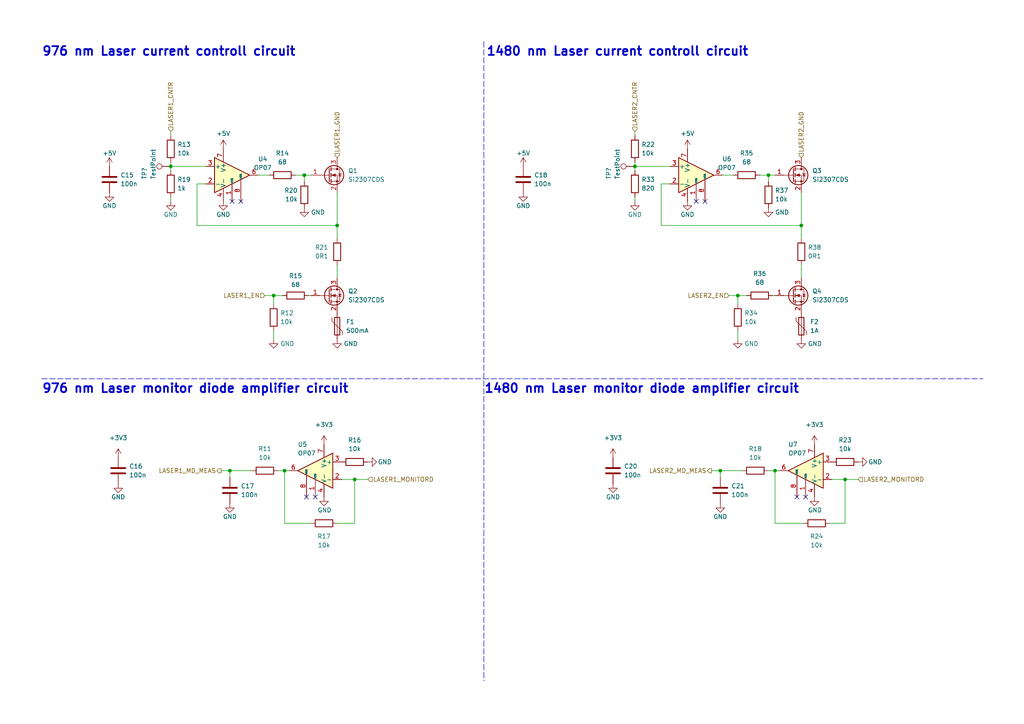
<source format=kicad_sch>
(kicad_sch (version 20211123) (generator eeschema)
  (paper "A4")
  (title_block (title "Laser controller board (Laser driver)") (date "2022-05-05") (rev "R0.1") (company "Designed by Márk Mihalik"))
  (lib_symbols
    (symbol "Amplifier_Operational:OP07" (pin_names (offset 0.127))
      (property "Reference" "U" (at 1.27 6.35 0))
      (property "Value" "OP07" (at 1.27 3.81 0))
      (symbol "OP07_0_1"
        (polyline (pts (xy -5.08 5.08) (xy 5.08 0) (xy -5.08 -5.08) (xy -5.08 5.08)) (stroke (width 0.254)) (fill (type background)))
      )
      (symbol "OP07_1_1"
        (pin input line (at 0 -7.62 90) (length 5.08) (name "VOS") (number "1"))
        (pin input line (at -7.62 -2.54 0) (length 2.54) (name "-") (number "2"))
        (pin input line (at -7.62 2.54 0) (length 2.54) (name "+") (number "3"))
        (pin power_in line (at -2.54 -7.62 90) (length 3.81) (name "V-") (number "4"))
        (pin no_connect line (at 0 2.54 270) (length 2.54) hide (name "NC") (number "5"))
        (pin output line (at 7.62 0 180) (length 2.54) (name "~") (number "6"))
        (pin power_in line (at -2.54 7.62 270) (length 3.81) (name "V+") (number "7"))
        (pin input line (at 2.54 -7.62 90) (length 6.35) (name "VOS") (number "8"))
      )
    )
    (symbol "Connector:TestPoint" (pin_numbers hide) (pin_names (offset 0.762) hide)
      (property "Reference" "TP" (at 0 6.858 0))
      (property "Value" "TestPoint" (at 0 5.08 0))
      (symbol "TestPoint_0_1"
        (circle (center 0 3.302) (radius 0.762))
      )
      (symbol "TestPoint_1_1"
        (pin passive line (at 0 0 90) (length 2.54) (name "1") (number "1"))
      )
    )
    (symbol "Device:C" (pin_numbers hide) (pin_names (offset 0.254))
      (property "Reference" "C" (at 0.635 2.54 0))
      (property "Value" "C" (at 0.635 -2.54 0))
      (symbol "C_0_1"
        (polyline (pts (xy -2.032 -0.762) (xy 2.032 -0.762)) (stroke (width 0.508)))
        (polyline (pts (xy -2.032 0.762) (xy 2.032 0.762)) (stroke (width 0.508)))
      )
      (symbol "C_1_1"
        (pin passive line (at 0 3.81 270) (length 2.794) (name "~") (number "1"))
        (pin passive line (at 0 -3.81 90) (length 2.794) (name "~") (number "2"))
      )
    )
    (symbol "Device:Polyfuse" (pin_numbers hide) (pin_names (offset 0))
      (property "Reference" "F" (at -2.54 0 90))
      (property "Value" "Polyfuse" (at 2.54 0 90))
      (symbol "Polyfuse_0_1"
        (rectangle (start -0.762 2.54) (end 0.762 -2.54) (stroke (width 0.254)))
        (polyline (pts (xy 0 2.54) (xy 0 -2.54)))
        (polyline (pts (xy -1.524 2.54) (xy -1.524 1.524) (xy 1.524 -1.524) (xy 1.524 -2.54)))
      )
      (symbol "Polyfuse_1_1"
        (pin passive line (at 0 3.81 270) (length 1.27) (name "~") (number "1"))
        (pin passive line (at 0 -3.81 90) (length 1.27) (name "~") (number "2"))
      )
    )
    (symbol "Device:Q_NMOS_GSD" (pin_names (offset 0) hide)
      (property "Reference" "Q" (at 5.08 1.27 0))
      (property "Value" "Q_NMOS_GSD" (at 5.08 -1.27 0))
      (symbol "Q_NMOS_GSD_0_1"
        (polyline (pts (xy 0.254 0) (xy -2.54 0)))
        (polyline (pts (xy 0.254 1.905) (xy 0.254 -1.905)) (stroke (width 0.254)))
        (polyline (pts (xy 0.762 -1.27) (xy 0.762 -2.286)) (stroke (width 0.254)))
        (polyline (pts (xy 0.762 0.508) (xy 0.762 -0.508)) (stroke (width 0.254)))
        (polyline (pts (xy 0.762 2.286) (xy 0.762 1.27)) (stroke (width 0.254)))
        (polyline (pts (xy 2.54 2.54) (xy 2.54 1.778)))
        (polyline (pts (xy 2.54 -2.54) (xy 2.54 0) (xy 0.762 0)))
        (polyline (pts (xy 0.762 -1.778) (xy 3.302 -1.778) (xy 3.302 1.778) (xy 0.762 1.778)))
        (polyline (pts (xy 1.016 0) (xy 2.032 0.381) (xy 2.032 -0.381) (xy 1.016 0)) (fill (type outline)))
        (polyline (pts (xy 2.794 0.508) (xy 2.921 0.381) (xy 3.683 0.381) (xy 3.81 0.254)))
        (polyline (pts (xy 3.302 0.381) (xy 2.921 -0.254) (xy 3.683 -0.254) (xy 3.302 0.381)))
        (circle (center 1.651 0) (radius 2.794) (stroke (width 0.254)))
        (circle (center 2.54 -1.778) (radius 0.254) (fill (type outline)))
        (circle (center 2.54 1.778) (radius 0.254) (fill (type outline)))
      )
      (symbol "Q_NMOS_GSD_1_1"
        (pin input line (at -5.08 0 0) (length 2.54) (name "G") (number "1"))
        (pin passive line (at 2.54 -5.08 90) (length 2.54) (name "S") (number "2"))
        (pin passive line (at 2.54 5.08 270) (length 2.54) (name "D") (number "3"))
      )
    )
    (symbol "Device:R" (pin_numbers hide) (pin_names (offset 0))
      (property "Reference" "R" (at 2.032 0 90))
      (property "Value" "R" (at 0 0 90))
      (symbol "R_0_1"
        (rectangle (start -1.016 -2.54) (end 1.016 2.54) (stroke (width 0.254)))
      )
      (symbol "R_1_1"
        (pin passive line (at 0 3.81 270) (length 1.27) (name "~") (number "1"))
        (pin passive line (at 0 -3.81 90) (length 1.27) (name "~") (number "2"))
      )
    )
    (symbol "power:+3V3" (power) (pin_names (offset 0))
      (property "Value" "+3V3" (at 0 3.556 0))
      (symbol "+3V3_0_1"
        (polyline (pts (xy -0.762 1.27) (xy 0 2.54)))
        (polyline (pts (xy 0 0) (xy 0 2.54)))
        (polyline (pts (xy 0 2.54) (xy 0.762 1.27)))
      )
      (symbol "+3V3_1_1"
        (pin power_in line (at 0 0 90) (length 0) hide (name "+3V3") (number "1"))
      )
    )
    (symbol "power:+5V" (power) (pin_names (offset 0))
      (property "Value" "+5V" (at 0 3.556 0))
      (symbol "+5V_0_1"
        (polyline (pts (xy -0.762 1.27) (xy 0 2.54)))
        (polyline (pts (xy 0 0) (xy 0 2.54)))
        (polyline (pts (xy 0 2.54) (xy 0.762 1.27)))
      )
      (symbol "+5V_1_1"
        (pin power_in line (at 0 0 90) (length 0) hide (name "+5V") (number "1"))
      )
    )
    (symbol "power:GND" (power) (pin_names (offset 0))
      (property "Value" "GND" (at 0 -3.81 0))
      (symbol "GND_0_1"
        (polyline (pts (xy 0 0) (xy 0 -1.27) (xy 1.27 -1.27) (xy 0 -2.54) (xy -1.27 -1.27) (xy 0 -1.27)))
      )
      (symbol "GND_1_1"
        (pin power_in line (at 0 0 270) (length 0) hide (name "GND") (number "1"))
      )
    )
  )
  (junction (at 213.995 85.725))
  (junction (at 82.55 136.525))
  (junction (at 245.11 139.065))
  (junction (at 49.53 48.26))
  (junction (at 232.41 65.405))
  (junction (at 222.885 50.8))
  (junction (at 88.265 50.8))
  (junction (at 79.375 85.725))
  (junction (at 184.15 48.26))
  (junction (at 97.79 65.405))
  (junction (at 208.915 136.525))
  (junction (at 102.87 139.065))
  (junction (at 66.675 136.525))
  (junction (at 224.79 136.525))
  (no_connect (at 233.68 144.145))
  (no_connect (at 231.14 144.145))
  (no_connect (at 69.85 58.42))
  (no_connect (at 67.31 58.42))
  (no_connect (at 204.47 58.42))
  (no_connect (at 88.9 144.145))
  (no_connect (at 91.44 144.145))
  (no_connect (at 201.93 58.42))
  (wire (pts (xy 232.41 76.835) (xy 232.41 80.645)))
  (polyline (pts (xy 12.065 109.855) (xy 285.115 109.855)))
  (wire (pts (xy 224.79 136.525) (xy 224.79 151.765)))
  (wire (pts (xy 99.06 139.065) (xy 102.87 139.065)))
  (wire (pts (xy 64.135 136.525) (xy 66.675 136.525)))
  (wire (pts (xy 66.675 136.525) (xy 73.025 136.525)))
  (wire (pts (xy 97.79 55.88) (xy 97.79 65.405)))
  (wire (pts (xy 191.77 53.34) (xy 191.77 65.405)))
  (wire (pts (xy 74.93 50.8) (xy 78.105 50.8)))
  (wire (pts (xy 49.53 49.53) (xy 49.53 48.26)))
  (wire (pts (xy 213.995 98.425) (xy 213.995 95.885)))
  (wire (pts (xy 191.77 65.405) (xy 232.41 65.405)))
  (wire (pts (xy 213.995 88.265) (xy 213.995 85.725)))
  (wire (pts (xy 184.15 38.1) (xy 184.15 39.37)))
  (polyline (pts (xy 140.335 12.065) (xy 140.335 197.485)))
  (wire (pts (xy 245.11 139.065) (xy 248.92 139.065)))
  (wire (pts (xy 49.53 38.1) (xy 49.53 39.37)))
  (wire (pts (xy 208.915 136.525) (xy 215.265 136.525)))
  (wire (pts (xy 79.375 85.725) (xy 81.915 85.725)))
  (wire (pts (xy 102.87 139.065) (xy 106.68 139.065)))
  (wire (pts (xy 97.79 65.405) (xy 97.79 69.215)))
  (wire (pts (xy 97.79 76.835) (xy 97.79 80.645)))
  (wire (pts (xy 76.835 85.725) (xy 79.375 85.725)))
  (wire (pts (xy 184.15 46.99) (xy 184.15 48.26)))
  (wire (pts (xy 194.31 53.34) (xy 191.77 53.34)))
  (wire (pts (xy 213.995 85.725) (xy 216.535 85.725)))
  (wire (pts (xy 88.265 50.8) (xy 90.17 50.8)))
  (wire (pts (xy 232.41 65.405) (xy 232.41 69.215)))
  (wire (pts (xy 245.11 139.065) (xy 245.11 151.765)))
  (wire (pts (xy 206.375 136.525) (xy 208.915 136.525)))
  (wire (pts (xy 97.79 151.765) (xy 102.87 151.765)))
  (wire (pts (xy 49.53 58.42) (xy 49.53 57.15)))
  (wire (pts (xy 222.885 50.8) (xy 224.79 50.8)))
  (wire (pts (xy 208.915 136.525) (xy 208.915 138.43)))
  (wire (pts (xy 82.55 136.525) (xy 82.55 151.765)))
  (wire (pts (xy 66.675 136.525) (xy 66.675 138.43)))
  (wire (pts (xy 209.55 50.8) (xy 212.725 50.8)))
  (wire (pts (xy 184.15 58.42) (xy 184.15 57.15)))
  (wire (pts (xy 85.725 50.8) (xy 88.265 50.8)))
  (wire (pts (xy 88.265 52.705) (xy 88.265 50.8)))
  (wire (pts (xy 184.15 49.53) (xy 184.15 48.26)))
  (wire (pts (xy 89.535 85.725) (xy 90.17 85.725)))
  (wire (pts (xy 59.69 53.34) (xy 57.15 53.34)))
  (wire (pts (xy 79.375 88.265) (xy 79.375 85.725)))
  (wire (pts (xy 222.885 136.525) (xy 224.79 136.525)))
  (wire (pts (xy 184.15 48.26) (xy 194.31 48.26)))
  (wire (pts (xy 49.53 46.99) (xy 49.53 48.26)))
  (wire (pts (xy 82.55 151.765) (xy 90.17 151.765)))
  (wire (pts (xy 57.15 53.34) (xy 57.15 65.405)))
  (wire (pts (xy 224.79 151.765) (xy 233.045 151.765)))
  (wire (pts (xy 211.455 85.725) (xy 213.995 85.725)))
  (wire (pts (xy 232.41 55.88) (xy 232.41 65.405)))
  (wire (pts (xy 82.55 136.525) (xy 83.82 136.525)))
  (wire (pts (xy 240.665 151.765) (xy 245.11 151.765)))
  (wire (pts (xy 241.3 139.065) (xy 245.11 139.065)))
  (wire (pts (xy 57.15 65.405) (xy 97.79 65.405)))
  (wire (pts (xy 220.345 50.8) (xy 222.885 50.8)))
  (wire (pts (xy 102.87 151.765) (xy 102.87 139.065)))
  (wire (pts (xy 222.885 52.705) (xy 222.885 50.8)))
  (wire (pts (xy 49.53 48.26) (xy 59.69 48.26)))
  (wire (pts (xy 224.155 85.725) (xy 224.79 85.725)))
  (wire (pts (xy 79.375 98.425) (xy 79.375 95.885)))
  (wire (pts (xy 224.79 136.525) (xy 226.06 136.525)))
  (wire (pts (xy 80.645 136.525) (xy 82.55 136.525)))
  (text "976 nm Laser monitor diode amplifier circuit" (at 12.065 114.3 0) (effects (font (size 2.54 2.54) (thickness 0.508) bold) (justify left bottom)))
  (text "1480 nm Laser current controll circuit\n" (at 140.97 16.51 0) (effects (font (size 2.54 2.54) bold) (justify left bottom)))
  (text "976 nm Laser current controll circuit\n" (at 12.065 16.51 0) (effects (font (size 2.54 2.54) bold) (justify left bottom)))
  (text "1480 nm Laser monitor diode amplifier circuit" (at 140.335 114.3 0) (effects (font (size 2.54 2.54) (thickness 0.508) bold) (justify left bottom)))
  (hierarchical_label "LASER2_MD_MEAS" (shape output) (at 206.375 136.525 180))
  (hierarchical_label "LASER1_MD_MEAS" (shape output) (at 64.135 136.525 180))
  (hierarchical_label "LASER1_GND" (shape input) (at 97.79 45.72 90))
  (hierarchical_label "LASER2_GND" (shape input) (at 232.41 45.72 90))
  (hierarchical_label "LASER2_EN" (shape input) (at 211.455 85.725 180))
  (hierarchical_label "LASER2_MONITORD" (shape input) (at 248.92 139.065 0))
  (hierarchical_label "LASER1_CNTR" (shape input) (at 49.53 38.1 90))
  (hierarchical_label "LASER1_EN" (shape input) (at 76.835 85.725 180))
  (hierarchical_label "LASER1_MONITORD" (shape input) (at 106.68 139.065 0))
  (hierarchical_label "LASER2_CNTR" (shape input) (at 184.15 38.1 90))
  (symbol (lib_id "power:+3V3") (at 93.98 128.905 0) (unit 1)
    (property "Reference" "#PWR052" (effects hide))
    (property "Value" "+3V3" (at 93.98 123.19 0))
  )
  (symbol (lib_id "Device:R") (at 184.15 53.34 180) (unit 1)
    (property "Reference" "R33" (at 186.055 52.0699 0) (effects (justify right)))
    (property "Value" "820" (at 186.055 54.6099 0) (effects (justify right)))
    (property "Footprint" "Resistor_SMD:R_0805_2012Metric_Pad1.20x1.40mm_HandSolder" (effects hide))
    (property "Lomex" "80-10-85" (effects hide))
  )
  (symbol (lib_id "Amplifier_Operational:OP07") (at 201.93 50.8 0) (unit 1)
    (property "Reference" "U6" (at 210.82 46.101 0))
    (property "Value" "OP07" (at 210.82 48.641 0))
    (property "Footprint" "Package_SO:SOIC-8_3.9x4.9mm_P1.27mm" (effects hide))
    (property "Datasheet" "https://www.analog.com/media/en/technical-documentation/data-sheets/OP07.pdf" (effects hide))
    (property "Mouser" "595-OP07CDR" (effects hide))
  )
  (symbol (lib_id "Device:C") (at 66.675 142.24 0) (unit 1)
    (property "Reference" "C17" (at 69.85 140.9699 0) (effects (justify left)))
    (property "Value" "100n" (at 69.85 143.5099 0) (effects (justify left)))
    (property "Footprint" "Capacitor_SMD:C_0805_2012Metric_Pad1.18x1.45mm_HandSolder" (effects hide))
    (property "Lomex" "82-13-46" (effects hide))
  )
  (symbol (lib_id "Device:R") (at 232.41 73.025 180) (unit 1)
    (property "Reference" "R38" (at 234.315 71.7549 0) (effects (justify right)))
    (property "Value" "0R1" (at 234.315 74.2949 0) (effects (justify right)))
    (property "Footprint" "Resistor_SMD:R_0805_2012Metric_Pad1.20x1.40mm_HandSolder" (effects hide))
    (property "Lomex" "80-16-17" (effects hide))
  )
  (symbol (lib_id "power:GND") (at 184.15 58.42 0) (unit 1)
    (property "Reference" "#PWR0109" (effects hide))
    (property "Value" "GND" (at 184.15 62.23 0))
  )
  (symbol (lib_id "Connector:TestPoint") (at 49.53 48.26 90) (unit 1)
    (property "Reference" "TP?" (at 41.91 52.07 0) (effects (justify left)))
    (property "Value" "TestPoint" (at 44.45 52.07 0) (effects (justify left)))
    (property "Footprint" "TestPoint:TestPoint_Pad_D2.5mm" (effects hide))
  )
  (symbol (lib_id "Device:Q_NMOS_GSD") (at 229.87 50.8 0) (unit 1)
    (property "Reference" "Q3" (at 235.585 49.5299 0) (effects (justify left)))
    (property "Value" "Si2307CDS" (at 235.585 52.0699 0) (effects (justify left)))
    (property "Footprint" "Package_TO_SOT_SMD:SOT-23_Handsoldering" (effects hide))
    (property "Lomex" "86-03-40" (effects hide))
  )
  (symbol (lib_id "Amplifier_Operational:OP07") (at 233.68 136.525 0) (mirror y) (unit 1)
    (property "Reference" "U7" (at 228.6 128.905 0) (effects (justify right)))
    (property "Value" "OP07" (at 228.6 131.445 0) (effects (justify right)))
    (property "Footprint" "Package_SO:SOIC-8_3.9x4.9mm_P1.27mm" (effects hide))
    (property "Datasheet" "https://www.analog.com/media/en/technical-documentation/data-sheets/OP07.pdf" (effects hide))
    (property "Mouser" "595-OP07CDR" (effects hide))
  )
  (symbol (lib_id "Connector:TestPoint") (at 184.15 48.26 90) (unit 1)
    (property "Reference" "TP?" (at 176.53 52.07 0) (effects (justify left)))
    (property "Value" "TestPoint" (at 179.07 52.07 0) (effects (justify left)))
    (property "Footprint" "TestPoint:TestPoint_Pad_D2.5mm" (effects hide))
  )
  (symbol (lib_id "Device:R") (at 245.11 133.985 90) (unit 1)
    (property "Reference" "R23" (at 245.11 127.635 90))
    (property "Value" "10k" (at 245.11 130.175 90))
    (property "Footprint" "Resistor_SMD:R_0805_2012Metric_Pad1.20x1.40mm_HandSolder" (effects hide))
    (property "Lomex" "80-54-49" (effects hide))
  )
  (symbol (lib_id "Amplifier_Operational:OP07") (at 67.31 50.8 0) (unit 1)
    (property "Reference" "U4" (at 76.2 46.101 0))
    (property "Value" "OP07" (at 76.2 48.641 0))
    (property "Footprint" "Package_SO:SOIC-8_3.9x4.9mm_P1.27mm" (effects hide))
    (property "Datasheet" "https://www.analog.com/media/en/technical-documentation/data-sheets/OP07.pdf" (effects hide))
    (property "Mouser" "595-OP07CDR" (effects hide))
  )
  (symbol (lib_id "power:GND") (at 236.22 144.145 0) (unit 1)
    (property "Reference" "#PWR065" (effects hide))
    (property "Value" "GND" (at 234.315 147.955 0) (effects (justify left)))
  )
  (symbol (lib_id "power:GND") (at 34.29 140.335 0) (unit 1)
    (property "Reference" "#PWR047" (effects hide))
    (property "Value" "GND" (at 34.29 144.145 0))
  )
  (symbol (lib_id "power:GND") (at 222.885 60.325 0) (unit 1)
    (property "Reference" "#PWR0101" (effects hide))
    (property "Value" "GND" (at 224.79 61.5949 0) (effects (justify left)))
  )
  (symbol (lib_id "power:GND") (at 66.675 146.05 0) (unit 1)
    (property "Reference" "#PWR050" (effects hide))
    (property "Value" "GND" (at 66.675 149.86 0))
  )
  (symbol (lib_id "Device:R") (at 102.87 133.985 90) (unit 1)
    (property "Reference" "R16" (at 102.87 127.635 90))
    (property "Value" "10k" (at 102.87 130.175 90))
    (property "Footprint" "Resistor_SMD:R_0805_2012Metric_Pad1.20x1.40mm_HandSolder" (effects hide))
    (property "Lomex" "80-54-49" (effects hide))
  )
  (symbol (lib_id "Device:C") (at 208.915 142.24 0) (unit 1)
    (property "Reference" "C21" (at 212.09 140.9699 0) (effects (justify left)))
    (property "Value" "100n" (at 212.09 143.5099 0) (effects (justify left)))
    (property "Footprint" "Capacitor_SMD:C_0805_2012Metric_Pad1.18x1.45mm_HandSolder" (effects hide))
    (property "Lomex" "82-13-46" (effects hide))
  )
  (symbol (lib_id "Device:C") (at 151.765 52.07 0) (unit 1)
    (property "Reference" "C18" (at 154.94 50.7999 0) (effects (justify left)))
    (property "Value" "100n" (at 154.94 53.3399 0) (effects (justify left)))
    (property "Footprint" "Capacitor_SMD:C_0805_2012Metric_Pad1.18x1.45mm_HandSolder" (effects hide))
    (property "Lomex" "82-13-46" (effects hide))
  )
  (symbol (lib_id "power:GND") (at 93.98 144.145 0) (unit 1)
    (property "Reference" "#PWR053" (effects hide))
    (property "Value" "GND" (at 92.075 147.955 0) (effects (justify left)))
  )
  (symbol (lib_id "Device:C") (at 31.75 52.07 0) (unit 1)
    (property "Reference" "C15" (at 34.925 50.7999 0) (effects (justify left)))
    (property "Value" "100n" (at 34.925 53.3399 0) (effects (justify left)))
    (property "Footprint" "Capacitor_SMD:C_0805_2012Metric_Pad1.18x1.45mm_HandSolder" (effects hide))
    (property "Lomex" "82-13-46" (effects hide))
  )
  (symbol (lib_id "Device:Q_NMOS_GSD") (at 95.25 85.725 0) (unit 1)
    (property "Reference" "Q2" (at 100.965 84.4549 0) (effects (justify left)))
    (property "Value" "Si2307CDS" (at 100.965 86.9949 0) (effects (justify left)))
    (property "Footprint" "Package_TO_SOT_SMD:SOT-23_Handsoldering" (effects hide))
    (property "Lomex" "86-03-40" (effects hide))
  )
  (symbol (lib_id "Device:Q_NMOS_GSD") (at 95.25 50.8 0) (unit 1)
    (property "Reference" "Q1" (at 100.965 49.5299 0) (effects (justify left)))
    (property "Value" "Si2307CDS" (at 100.965 52.0699 0) (effects (justify left)))
    (property "Footprint" "Package_TO_SOT_SMD:SOT-23_Handsoldering" (effects hide))
    (property "Lomex" "86-03-40" (effects hide))
  )
  (symbol (lib_id "Device:Polyfuse") (at 232.41 94.615 0) (unit 1)
    (property "Reference" "F2" (at 234.95 93.3449 0) (effects (justify left)))
    (property "Value" "1A" (at 234.95 95.8849 0) (effects (justify left)))
    (property "Footprint" "Fuse:Fuse_1206_3216Metric_Pad1.42x1.75mm_HandSolder" (effects hide))
    (property "Lomex" "44-01-78" (effects hide))
  )
  (symbol (lib_id "power:GND") (at 232.41 98.425 0) (unit 1)
    (property "Reference" "#PWR0103" (effects hide))
    (property "Value" "GND" (at 234.315 99.6949 0) (effects (justify left)))
  )
  (symbol (lib_id "power:GND") (at 208.915 146.05 0) (unit 1)
    (property "Reference" "#PWR062" (effects hide))
    (property "Value" "GND" (at 208.915 149.86 0))
  )
  (symbol (lib_id "Device:R") (at 236.855 151.765 90) (unit 1)
    (property "Reference" "R24" (at 236.855 155.575 90))
    (property "Value" "10k" (at 236.855 158.115 90))
    (property "Footprint" "Resistor_SMD:R_0805_2012Metric_Pad1.20x1.40mm_HandSolder" (effects hide))
    (property "Lomex" "80-54-49" (effects hide))
  )
  (symbol (lib_id "power:GND") (at 79.375 98.425 0) (unit 1)
    (property "Reference" "#PWR051" (effects hide))
    (property "Value" "GND" (at 81.28 99.6949 0) (effects (justify left)))
  )
  (symbol (lib_id "Device:C") (at 34.29 136.525 0) (unit 1)
    (property "Reference" "C16" (at 37.465 135.2549 0) (effects (justify left)))
    (property "Value" "100n" (at 37.465 137.7949 0) (effects (justify left)))
    (property "Footprint" "Capacitor_SMD:C_0805_2012Metric_Pad1.18x1.45mm_HandSolder" (effects hide))
    (property "Lomex" "82-13-46" (effects hide))
  )
  (symbol (lib_id "Device:R") (at 88.265 56.515 0) (mirror x) (unit 1)
    (property "Reference" "R20" (at 86.36 55.2449 0) (effects (justify right)))
    (property "Value" "10k" (at 86.36 57.7849 0) (effects (justify right)))
    (property "Footprint" "Resistor_SMD:R_0805_2012Metric_Pad1.20x1.40mm_HandSolder" (effects hide))
    (property "Lomex" "80-54-49" (effects hide))
  )
  (symbol (lib_id "power:GND") (at 177.8 140.335 0) (unit 1)
    (property "Reference" "#PWR059" (effects hide))
    (property "Value" "GND" (at 177.8 144.145 0))
  )
  (symbol (lib_id "power:+5V") (at 199.39 43.18 0) (unit 1)
    (property "Reference" "#PWR0110" (effects hide))
    (property "Value" "+5V" (at 199.39 38.735 0))
  )
  (symbol (lib_id "power:GND") (at 97.79 98.425 0) (unit 1)
    (property "Reference" "#PWR054" (effects hide))
    (property "Value" "GND" (at 99.695 99.6949 0) (effects (justify left)))
  )
  (symbol (lib_id "power:+3V3") (at 236.22 128.905 0) (unit 1)
    (property "Reference" "#PWR064" (effects hide))
    (property "Value" "+3V3" (at 236.22 123.19 0))
  )
  (symbol (lib_id "Device:R") (at 216.535 50.8 90) (unit 1)
    (property "Reference" "R35" (at 216.535 44.45 90))
    (property "Value" "68" (at 216.535 46.99 90))
    (property "Footprint" "Resistor_SMD:R_0805_2012Metric_Pad1.20x1.40mm_HandSolder" (effects hide))
    (property "Lomex" "80-56-46" (effects hide))
  )
  (symbol (lib_id "power:+5V") (at 64.77 43.18 0) (unit 1)
    (property "Reference" "#PWR049" (effects hide))
    (property "Value" "+5V" (at 64.77 38.735 0))
  )
  (symbol (lib_id "Device:R") (at 222.885 56.515 180) (unit 1)
    (property "Reference" "R37" (at 224.79 55.2449 0) (effects (justify right)))
    (property "Value" "10k" (at 224.79 57.7849 0) (effects (justify right)))
    (property "Footprint" "Resistor_SMD:R_0805_2012Metric_Pad1.20x1.40mm_HandSolder" (effects hide))
    (property "Lomex" "80-54-49" (effects hide))
  )
  (symbol (lib_id "power:GND") (at 151.765 55.88 0) (unit 1)
    (property "Reference" "#PWR0106" (effects hide))
    (property "Value" "GND" (at 151.765 59.69 0))
  )
  (symbol (lib_id "Device:R") (at 76.835 136.525 90) (unit 1)
    (property "Reference" "R11" (at 76.835 130.175 90))
    (property "Value" "10k" (at 76.835 132.715 90))
    (property "Footprint" "Resistor_SMD:R_0805_2012Metric_Pad1.20x1.40mm_HandSolder" (effects hide))
    (property "Lomex" "80-54-49" (effects hide))
  )
  (symbol (lib_id "Device:C") (at 177.8 136.525 0) (unit 1)
    (property "Reference" "C20" (at 180.975 135.2549 0) (effects (justify left)))
    (property "Value" "100n" (at 180.975 137.7949 0) (effects (justify left)))
    (property "Footprint" "Capacitor_SMD:C_0805_2012Metric_Pad1.18x1.45mm_HandSolder" (effects hide))
    (property "Lomex" "82-13-46" (effects hide))
  )
  (symbol (lib_id "Device:R") (at 79.375 92.075 180) (unit 1)
    (property "Reference" "R12" (at 81.28 90.8049 0) (effects (justify right)))
    (property "Value" "10k" (at 81.28 93.3449 0) (effects (justify right)))
    (property "Footprint" "Resistor_SMD:R_0805_2012Metric_Pad1.20x1.40mm_HandSolder" (effects hide))
    (property "Lomex" "80-54-49" (effects hide))
  )
  (symbol (lib_id "Device:R") (at 97.79 73.025 0) (mirror x) (unit 1)
    (property "Reference" "R21" (at 95.25 71.7549 0) (effects (justify right)))
    (property "Value" "0R1" (at 95.25 74.2949 0) (effects (justify right)))
    (property "Footprint" "Resistor_SMD:R_0805_2012Metric_Pad1.20x1.40mm_HandSolder" (effects hide))
    (property "Lomex" "80-16-17" (effects hide))
  )
  (symbol (lib_id "Device:R") (at 49.53 53.34 180) (unit 1)
    (property "Reference" "R19" (at 51.435 52.0699 0) (effects (justify right)))
    (property "Value" "1k" (at 51.435 54.6099 0) (effects (justify right)))
    (property "Footprint" "Resistor_SMD:R_0805_2012Metric_Pad1.20x1.40mm_HandSolder" (effects hide))
    (property "Lomex" "80-55-68" (effects hide))
  )
  (symbol (lib_id "Device:R") (at 85.725 85.725 90) (unit 1)
    (property "Reference" "R15" (at 85.725 80.01 90))
    (property "Value" "68" (at 85.725 82.55 90))
    (property "Footprint" "Resistor_SMD:R_0805_2012Metric_Pad1.20x1.40mm_HandSolder" (effects hide))
    (property "Lomex" "80-56-46" (effects hide))
  )
  (symbol (lib_id "Device:R") (at 93.98 151.765 90) (unit 1)
    (property "Reference" "R17" (at 93.98 155.575 90))
    (property "Value" "10k" (at 93.98 158.115 90))
    (property "Footprint" "Resistor_SMD:R_0805_2012Metric_Pad1.20x1.40mm_HandSolder" (effects hide))
    (property "Lomex" "80-54-49" (effects hide))
  )
  (symbol (lib_id "Device:Polyfuse") (at 97.79 94.615 0) (unit 1)
    (property "Reference" "F1" (at 100.33 93.3449 0) (effects (justify left)))
    (property "Value" "500mA" (at 100.33 95.8849 0) (effects (justify left)))
    (property "Footprint" "Fuse:Fuse_2512_6332Metric_Pad1.52x3.35mm_HandSolder" (effects hide))
    (property "Lomex" "44-02-65" (effects hide))
  )
  (symbol (lib_id "power:+5V") (at 31.75 48.26 0) (unit 1)
    (property "Reference" "#PWR044" (effects hide))
    (property "Value" "+5V" (at 31.75 44.45 0))
  )
  (symbol (lib_id "power:GND") (at 248.92 133.985 90) (unit 1)
    (property "Reference" "#PWR067" (effects hide))
    (property "Value" "GND" (at 255.905 133.985 90) (effects (justify left)))
  )
  (symbol (lib_id "Device:Q_NMOS_GSD") (at 229.87 85.725 0) (unit 1)
    (property "Reference" "Q4" (at 235.585 84.4549 0) (effects (justify left)))
    (property "Value" "Si2307CDS" (at 235.585 86.9949 0) (effects (justify left)))
    (property "Footprint" "Package_TO_SOT_SMD:SOT-23_Handsoldering" (effects hide))
    (property "Lomex" "86-03-40" (effects hide))
  )
  (symbol (lib_id "Device:R") (at 220.345 85.725 90) (unit 1)
    (property "Reference" "R36" (at 220.345 79.375 90))
    (property "Value" "68" (at 220.345 81.915 90))
    (property "Footprint" "Resistor_SMD:R_0805_2012Metric_Pad1.20x1.40mm_HandSolder" (effects hide))
    (property "Lomex" "80-56-46" (effects hide))
  )
  (symbol (lib_id "Amplifier_Operational:OP07") (at 91.44 136.525 0) (mirror y) (unit 1)
    (property "Reference" "U5" (at 86.36 128.905 0) (effects (justify right)))
    (property "Value" "OP07" (at 86.36 131.445 0) (effects (justify right)))
    (property "Footprint" "Package_SO:SOIC-8_3.9x4.9mm_P1.27mm" (effects hide))
    (property "Datasheet" "https://www.analog.com/media/en/technical-documentation/data-sheets/OP07.pdf" (effects hide))
    (property "Mouser" "595-OP07CDR" (effects hide))
  )
  (symbol (lib_id "power:GND") (at 49.53 58.42 0) (unit 1)
    (property "Reference" "#PWR0105" (effects hide))
    (property "Value" "GND" (at 49.53 62.23 0))
  )
  (symbol (lib_id "power:+3V3") (at 177.8 132.715 0) (unit 1)
    (property "Reference" "#PWR058" (effects hide))
    (property "Value" "+3V3" (at 177.8 127 0))
  )
  (symbol (lib_id "power:+5V") (at 151.765 48.26 0) (unit 1)
    (property "Reference" "#PWR0108" (effects hide))
    (property "Value" "+5V" (at 151.765 44.45 0))
  )
  (symbol (lib_id "power:GND") (at 31.75 55.88 0) (unit 1)
    (property "Reference" "#PWR045" (effects hide))
    (property "Value" "GND" (at 31.75 59.69 0))
  )
  (symbol (lib_id "power:+3V3") (at 34.29 132.715 0) (unit 1)
    (property "Reference" "#PWR046" (effects hide))
    (property "Value" "+3V3" (at 34.29 127 0))
  )
  (symbol (lib_id "Device:R") (at 81.915 50.8 270) (mirror x) (unit 1)
    (property "Reference" "R14" (at 81.915 44.45 90))
    (property "Value" "68" (at 81.915 46.99 90))
    (property "Footprint" "Resistor_SMD:R_0805_2012Metric_Pad1.20x1.40mm_HandSolder" (effects hide))
    (property "Lomex" "80-56-46" (effects hide))
  )
  (symbol (lib_id "Device:R") (at 49.53 43.18 180) (unit 1)
    (property "Reference" "R13" (at 51.435 41.9099 0) (effects (justify right)))
    (property "Value" "10k" (at 51.435 44.4499 0) (effects (justify right)))
    (property "Footprint" "Resistor_SMD:R_0805_2012Metric_Pad1.20x1.40mm_HandSolder" (effects hide))
    (property "Lomex" "80-54-49" (effects hide))
  )
  (symbol (lib_id "Device:R") (at 213.995 92.075 180) (unit 1)
    (property "Reference" "R34" (at 215.9 90.8049 0) (effects (justify right)))
    (property "Value" "10k" (at 215.9 93.3449 0) (effects (justify right)))
    (property "Footprint" "Resistor_SMD:R_0805_2012Metric_Pad1.20x1.40mm_HandSolder" (effects hide))
    (property "Lomex" "80-54-49" (effects hide))
  )
  (symbol (lib_id "power:GND") (at 213.995 98.425 0) (unit 1)
    (property "Reference" "#PWR0102" (effects hide))
    (property "Value" "GND" (at 215.9 99.6949 0) (effects (justify left)))
  )
  (symbol (lib_id "Device:R") (at 219.075 136.525 90) (unit 1)
    (property "Reference" "R18" (at 219.075 130.175 90))
    (property "Value" "10k" (at 219.075 132.715 90))
    (property "Footprint" "Resistor_SMD:R_0805_2012Metric_Pad1.20x1.40mm_HandSolder" (effects hide))
    (property "Lomex" "80-54-49" (effects hide))
  )
  (symbol (lib_id "power:GND") (at 64.77 58.42 0) (unit 1)
    (property "Reference" "#PWR048" (effects hide))
    (property "Value" "GND" (at 64.77 62.23 0))
  )
  (symbol (lib_id "power:GND") (at 88.265 60.325 0) (unit 1)
    (property "Reference" "#PWR0104" (effects hide))
    (property "Value" "GND" (at 90.17 61.5949 0) (effects (justify left)))
  )
  (symbol (lib_id "power:GND") (at 106.68 133.985 90) (unit 1)
    (property "Reference" "#PWR055" (effects hide))
    (property "Value" "GND" (at 113.665 133.985 90) (effects (justify left)))
  )
  (symbol (lib_id "power:GND") (at 199.39 58.42 0) (unit 1)
    (property "Reference" "#PWR0107" (effects hide))
    (property "Value" "GND" (at 199.39 62.23 0))
  )
  (symbol (lib_id "Device:R") (at 184.15 43.18 180) (unit 1)
    (property "Reference" "R22" (at 186.055 41.9099 0) (effects (justify right)))
    (property "Value" "10k" (at 186.055 44.4499 0) (effects (justify right)))
    (property "Footprint" "Resistor_SMD:R_0805_2012Metric_Pad1.20x1.40mm_HandSolder" (effects hide))
    (property "Lomex" "80-54-49" (effects hide))
  )
)
</source>
